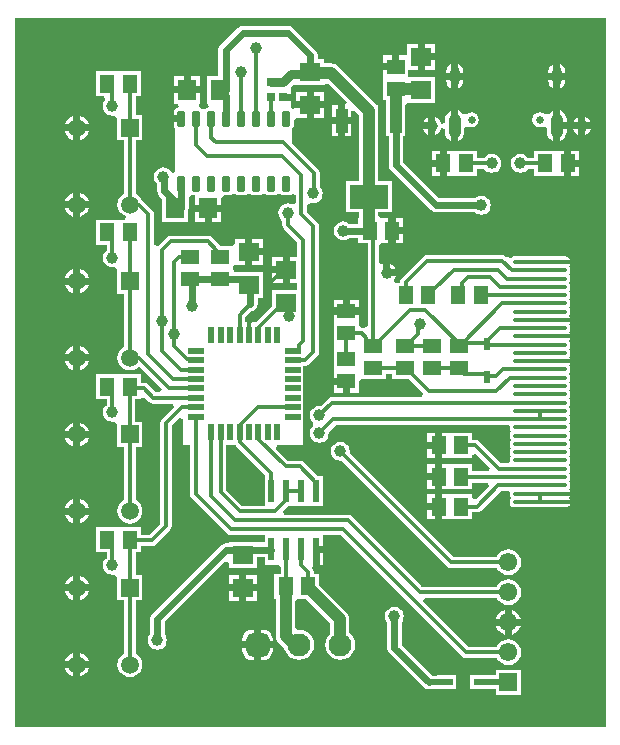
<source format=gbl>
G04*
G04 #@! TF.GenerationSoftware,Altium Limited,Altium Designer,25.1.2 (22)*
G04*
G04 Layer_Physical_Order=2*
G04 Layer_Color=16711680*
%FSLAX44Y44*%
%MOMM*%
G71*
G04*
G04 #@! TF.SameCoordinates,EBC4A9E2-5A13-41BD-A65D-5718B63373A7*
G04*
G04*
G04 #@! TF.FilePolarity,Positive*
G04*
G01*
G75*
%ADD12C,0.3000*%
%ADD13C,0.3500*%
%ADD14C,0.6000*%
%ADD15C,1.9500*%
G04:AMPARAMS|DCode=16|XSize=1.95mm|YSize=1.95mm|CornerRadius=0.4875mm|HoleSize=0mm|Usage=FLASHONLY|Rotation=0.000|XOffset=0mm|YOffset=0mm|HoleType=Round|Shape=RoundedRectangle|*
%AMROUNDEDRECTD16*
21,1,1.9500,0.9750,0,0,0.0*
21,1,0.9750,1.9500,0,0,0.0*
1,1,0.9750,0.4875,-0.4875*
1,1,0.9750,-0.4875,-0.4875*
1,1,0.9750,-0.4875,0.4875*
1,1,0.9750,0.4875,0.4875*
%
%ADD16ROUNDEDRECTD16*%
%ADD17O,1.0500X2.1000*%
%ADD18O,0.8000X1.6000*%
%ADD19C,0.6500*%
%ADD20R,1.5000X1.5000*%
%ADD21C,1.5000*%
%ADD22C,1.5500*%
%ADD23R,1.5500X1.5500*%
%ADD24C,1.0000*%
%ADD25R,1.8000X1.6000*%
%ADD26R,1.6000X1.8000*%
%ADD27R,1.3000X1.5000*%
%ADD28R,1.5000X1.3000*%
%ADD29R,3.3000X2.0000*%
%ADD30R,1.0000X2.0000*%
%ADD31R,0.7000X0.8000*%
G04:AMPARAMS|DCode=32|XSize=1.31mm|YSize=0.62mm|CornerRadius=0.0775mm|HoleSize=0mm|Usage=FLASHONLY|Rotation=270.000|XOffset=0mm|YOffset=0mm|HoleType=Round|Shape=RoundedRectangle|*
%AMROUNDEDRECTD32*
21,1,1.3100,0.4650,0,0,270.0*
21,1,1.1550,0.6200,0,0,270.0*
1,1,0.1550,-0.2325,-0.5775*
1,1,0.1550,-0.2325,0.5775*
1,1,0.1550,0.2325,0.5775*
1,1,0.1550,0.2325,-0.5775*
%
%ADD32ROUNDEDRECTD32*%
%ADD33R,0.5300X1.9800*%
%ADD34R,1.4732X0.5080*%
%ADD35R,0.5080X1.4732*%
G04:AMPARAMS|DCode=36|XSize=0.35mm|YSize=4.5mm|CornerRadius=0.0875mm|HoleSize=0mm|Usage=FLASHONLY|Rotation=270.000|XOffset=0mm|YOffset=0mm|HoleType=Round|Shape=RoundedRectangle|*
%AMROUNDEDRECTD36*
21,1,0.3500,4.3250,0,0,270.0*
21,1,0.1750,4.5000,0,0,270.0*
1,1,0.1750,-2.1625,-0.0875*
1,1,0.1750,-2.1625,0.0875*
1,1,0.1750,2.1625,0.0875*
1,1,0.1750,2.1625,-0.0875*
%
%ADD36ROUNDEDRECTD36*%
%ADD37R,0.5500X1.0500*%
%ADD38R,1.0500X0.5500*%
%ADD39C,1.0000*%
%ADD40C,0.8000*%
%ADD41C,0.5000*%
%ADD42C,0.2540*%
%ADD43C,0.5500*%
G36*
X1311910Y454660D02*
X811530D01*
Y1055370D01*
X1311910D01*
Y454660D01*
D02*
G37*
%LPC*%
G36*
X1167700Y1033380D02*
X1158700D01*
Y1025380D01*
X1167700D01*
Y1033380D01*
D02*
G37*
G36*
X1131110Y1023570D02*
X1123610D01*
Y1017070D01*
X1131110D01*
Y1023570D01*
D02*
G37*
G36*
X1167700Y1019380D02*
X1158700D01*
Y1011380D01*
X1167700D01*
Y1019380D01*
D02*
G37*
G36*
X1273330Y1016144D02*
Y1008810D01*
X1277390D01*
Y1009810D01*
X1277150Y1011637D01*
X1276444Y1013340D01*
X1275322Y1014802D01*
X1273860Y1015925D01*
X1273330Y1016144D01*
D02*
G37*
G36*
X1267330Y1016144D02*
X1266800Y1015925D01*
X1265338Y1014802D01*
X1264215Y1013340D01*
X1263510Y1011637D01*
X1263270Y1009810D01*
Y1008810D01*
X1267330D01*
Y1016144D01*
D02*
G37*
G36*
X1186930D02*
Y1008810D01*
X1190990D01*
Y1009810D01*
X1190750Y1011637D01*
X1190044Y1013340D01*
X1188922Y1014802D01*
X1187460Y1015925D01*
X1186930Y1016144D01*
D02*
G37*
G36*
X1180930Y1016144D02*
X1180400Y1015925D01*
X1178938Y1014802D01*
X1177815Y1013340D01*
X1177110Y1011637D01*
X1176870Y1009810D01*
Y1008810D01*
X1180930D01*
Y1016144D01*
D02*
G37*
G36*
X968550Y1006410D02*
X960550D01*
Y997410D01*
X968550D01*
Y1006410D01*
D02*
G37*
G36*
X954550D02*
X946550D01*
Y997410D01*
X954550D01*
Y1006410D01*
D02*
G37*
G36*
X1277390Y1002810D02*
X1273330D01*
Y995476D01*
X1273860Y995695D01*
X1275322Y996818D01*
X1276444Y998280D01*
X1277150Y999983D01*
X1277390Y1001810D01*
Y1002810D01*
D02*
G37*
G36*
X1180930Y1002810D02*
X1176870D01*
Y1001810D01*
X1177110Y999983D01*
X1177815Y998280D01*
X1178938Y996818D01*
X1180400Y995695D01*
X1180930Y995476D01*
Y1002810D01*
D02*
G37*
G36*
X1190990D02*
X1186930D01*
Y995476D01*
X1187460Y995695D01*
X1188922Y996818D01*
X1190044Y998280D01*
X1190750Y999983D01*
X1190990Y1001810D01*
Y1002810D01*
D02*
G37*
G36*
X1267330Y1002810D02*
X1263270D01*
Y1001810D01*
X1263510Y999983D01*
X1264215Y998280D01*
X1265338Y996818D01*
X1266800Y995695D01*
X1267330Y995476D01*
Y1002810D01*
D02*
G37*
G36*
X1073720Y992680D02*
X1064720D01*
Y984680D01*
X1073720D01*
Y992680D01*
D02*
G37*
G36*
X1058720D02*
X1049720D01*
Y984680D01*
X1058720D01*
Y992680D01*
D02*
G37*
G36*
X1042670Y1048788D02*
X1004570D01*
X1002229Y1048322D01*
X1000244Y1046996D01*
X985614Y1032366D01*
X984288Y1030381D01*
X983822Y1028040D01*
Y1006410D01*
X974550D01*
Y982410D01*
X975445D01*
X975575Y979464D01*
X974102Y979171D01*
X972853Y978337D01*
X970247D01*
X968998Y979171D01*
X967525Y979464D01*
X967655Y982410D01*
X968550D01*
Y991410D01*
X957550D01*
X946550D01*
Y982410D01*
X950045D01*
X950175Y979464D01*
X948702Y979171D01*
X947453Y978337D01*
X946619Y977088D01*
X946326Y975615D01*
Y972840D01*
X952500D01*
Y966840D01*
X946326D01*
Y964065D01*
X946619Y962592D01*
X947453Y961343D01*
Y924885D01*
X944453Y924289D01*
X944248Y924784D01*
X942966Y926456D01*
X941294Y927738D01*
X939348Y928544D01*
X937260Y928819D01*
X935172Y928544D01*
X933225Y927738D01*
X931554Y926456D01*
X930272Y924784D01*
X929466Y922838D01*
X929191Y920750D01*
X929466Y918662D01*
X930272Y916715D01*
X931554Y915044D01*
X931908Y914773D01*
Y908945D01*
X932374Y906603D01*
X933700Y904619D01*
X936390Y901928D01*
Y882080D01*
X958390D01*
Y893546D01*
X958617Y894690D01*
Y903762D01*
X961307Y905449D01*
X961491Y905459D01*
X962312Y905328D01*
X962875Y905216D01*
X963013D01*
X964390Y904996D01*
Y897080D01*
X975390D01*
X986390D01*
Y902532D01*
X988275Y905216D01*
X992925D01*
X994398Y905509D01*
X995647Y906343D01*
X998253D01*
X999502Y905509D01*
X1000975Y905216D01*
X1005625D01*
X1007098Y905509D01*
X1008347Y906343D01*
X1010953D01*
X1012202Y905509D01*
X1013675Y905216D01*
X1018325D01*
X1019798Y905509D01*
X1021047Y906343D01*
X1023653D01*
X1024902Y905509D01*
X1026375Y905216D01*
X1031025D01*
X1032498Y905509D01*
X1033747Y906343D01*
X1036353D01*
X1037602Y905509D01*
X1039075Y905216D01*
X1043725D01*
X1045198Y905509D01*
X1046257Y906217D01*
X1047263Y905997D01*
X1049257Y905150D01*
Y898971D01*
X1047834Y897955D01*
X1046257Y897333D01*
X1044758Y897954D01*
X1042670Y898229D01*
X1040582Y897954D01*
X1038635Y897148D01*
X1036964Y895866D01*
X1035682Y894194D01*
X1034876Y892248D01*
X1034601Y890160D01*
X1034876Y888072D01*
X1035682Y886125D01*
X1036964Y884454D01*
X1038027Y883639D01*
Y879910D01*
X1038396Y878057D01*
X1039445Y876485D01*
X1050527Y865404D01*
Y853040D01*
X1044400D01*
Y842040D01*
Y831040D01*
X1050527D01*
Y825040D01*
X1029400D01*
Y811459D01*
X1015501Y797560D01*
X1006683D01*
Y801714D01*
X1011833Y806864D01*
X1013261Y807148D01*
X1015246Y808474D01*
X1016572Y810459D01*
X1017038Y812800D01*
Y818280D01*
X1021650D01*
Y840280D01*
X997650D01*
X997283Y840803D01*
X996020Y843280D01*
Y843280D01*
X997283Y845757D01*
X997650Y846280D01*
X999020Y846280D01*
X1006650D01*
Y857280D01*
Y868280D01*
X997650D01*
Y864605D01*
X996020Y862280D01*
X994650Y862280D01*
X985409D01*
X978124Y869565D01*
X976553Y870614D01*
X974700Y870983D01*
X943610D01*
X941757Y870614D01*
X940185Y869565D01*
X932565Y861945D01*
X932403Y861702D01*
X929403Y862611D01*
Y889160D01*
X929403Y889160D01*
X929034Y891013D01*
X927985Y892585D01*
X920005Y900564D01*
X918486Y901579D01*
X918132Y902435D01*
X916449Y904629D01*
X914255Y906312D01*
X913803Y906499D01*
Y951640D01*
X919460D01*
Y972640D01*
X913803D01*
Y988990D01*
X918160D01*
Y1009990D01*
X902160D01*
X899160Y1009990D01*
X896160Y1009990D01*
X880160D01*
Y988990D01*
X887153D01*
X888138Y986697D01*
X888255Y985990D01*
X887092Y984474D01*
X886286Y982528D01*
X886011Y980440D01*
X886286Y978352D01*
X887092Y976405D01*
X888374Y974734D01*
X890045Y973452D01*
X891992Y972646D01*
X894080Y972371D01*
X895460Y972553D01*
X897429Y971382D01*
X898460Y970348D01*
Y951640D01*
X904117D01*
Y906499D01*
X903665Y906312D01*
X901471Y904629D01*
X899788Y902435D01*
X898730Y899881D01*
X898369Y897140D01*
X898730Y894399D01*
X899788Y891845D01*
X901471Y889651D01*
X903665Y887968D01*
X905375Y887260D01*
X904778Y884260D01*
X899160Y884260D01*
X896160Y884260D01*
X880160D01*
Y863260D01*
X889237D01*
Y858538D01*
X888374Y857876D01*
X887092Y856205D01*
X886286Y854258D01*
X886011Y852170D01*
X886286Y850082D01*
X887092Y848136D01*
X888374Y846464D01*
X890045Y845182D01*
X891992Y844376D01*
X894080Y844101D01*
X896088Y844365D01*
X896406Y844115D01*
X896512Y844032D01*
X898460Y842078D01*
X898460Y840489D01*
Y821850D01*
X904117D01*
Y776709D01*
X903665Y776522D01*
X901471Y774839D01*
X899788Y772645D01*
X898730Y770091D01*
X898369Y767350D01*
X898730Y764609D01*
X899788Y762055D01*
X901471Y759861D01*
X903665Y758178D01*
X906219Y757120D01*
X908960Y756759D01*
X911701Y757120D01*
X914255Y758178D01*
X916449Y759861D01*
X917172Y759909D01*
X935976Y741105D01*
X934828Y738333D01*
X930946D01*
X924175Y745105D01*
X922603Y746154D01*
X920750Y746523D01*
X918160D01*
Y753450D01*
X902160D01*
X899160Y753450D01*
X896160Y753450D01*
X880160D01*
Y732450D01*
X889237D01*
Y727728D01*
X888374Y727066D01*
X887092Y725395D01*
X886286Y723448D01*
X886011Y721360D01*
X886286Y719272D01*
X887092Y717326D01*
X888374Y715654D01*
X890045Y714372D01*
X891992Y713566D01*
X894080Y713291D01*
X895641Y713496D01*
X897297Y712435D01*
X898460Y711268D01*
Y692060D01*
X904117D01*
Y646919D01*
X903665Y646732D01*
X901471Y645049D01*
X899788Y642855D01*
X898730Y640301D01*
X898369Y637560D01*
X898730Y634819D01*
X899788Y632265D01*
X901471Y630071D01*
X903665Y628388D01*
X906219Y627330D01*
X908960Y626969D01*
X911701Y627330D01*
X914255Y628388D01*
X916449Y630071D01*
X918132Y632265D01*
X919190Y634819D01*
X919551Y637560D01*
X919190Y640301D01*
X918132Y642855D01*
X916449Y645049D01*
X914255Y646732D01*
X913803Y646919D01*
Y692060D01*
X919460D01*
Y713060D01*
X913503D01*
Y732450D01*
X918160D01*
Y733178D01*
X921160Y734421D01*
X925515Y730066D01*
X925516Y730065D01*
X927087Y729016D01*
X928940Y728647D01*
X945208D01*
X946356Y725875D01*
X936144Y715663D01*
X935094Y714092D01*
X934725Y712238D01*
Y627005D01*
X925486Y617765D01*
X918160D01*
Y623910D01*
X902160D01*
X899160Y623910D01*
X896160Y623910D01*
X880160D01*
Y602910D01*
X889237D01*
Y598188D01*
X888374Y597526D01*
X887092Y595854D01*
X886286Y593908D01*
X886011Y591820D01*
X886286Y589732D01*
X887092Y587785D01*
X888374Y586114D01*
X890045Y584832D01*
X891992Y584026D01*
X894080Y583751D01*
X895750Y583971D01*
X897186Y583005D01*
X898460Y581728D01*
Y562270D01*
X904117D01*
Y517129D01*
X903665Y516942D01*
X901471Y515259D01*
X899788Y513065D01*
X898730Y510511D01*
X898369Y507770D01*
X898730Y505029D01*
X899788Y502475D01*
X901471Y500281D01*
X903665Y498598D01*
X906219Y497540D01*
X908960Y497179D01*
X911701Y497540D01*
X914255Y498598D01*
X916449Y500281D01*
X918132Y502475D01*
X919190Y505029D01*
X919551Y507770D01*
X919190Y510511D01*
X918132Y513065D01*
X916449Y515259D01*
X914255Y516942D01*
X913803Y517129D01*
Y562270D01*
X919460D01*
Y583270D01*
X913803D01*
Y602910D01*
X918160D01*
Y608079D01*
X927492D01*
X929345Y608447D01*
X930916Y609497D01*
X942993Y621574D01*
X944043Y623145D01*
X944411Y624999D01*
Y710232D01*
X950998Y716819D01*
X953770Y715671D01*
Y693420D01*
X959849D01*
Y652018D01*
X960218Y650165D01*
X961267Y648593D01*
X990985Y618875D01*
X992557Y617826D01*
X994410Y617457D01*
X1023050D01*
Y611247D01*
X1016570D01*
Y611740D01*
X992570D01*
Y610638D01*
X990600D01*
X988259Y610172D01*
X986274Y608846D01*
X927854Y550426D01*
X926528Y548441D01*
X926062Y546100D01*
Y533489D01*
X925192Y532355D01*
X924386Y530408D01*
X924111Y528320D01*
X924386Y526232D01*
X925192Y524286D01*
X926474Y522614D01*
X928146Y521332D01*
X930092Y520526D01*
X932180Y520251D01*
X934268Y520526D01*
X936215Y521332D01*
X937886Y522614D01*
X939168Y524286D01*
X939974Y526232D01*
X940249Y528320D01*
X939974Y530408D01*
X939168Y532355D01*
X938298Y533489D01*
Y543566D01*
X989798Y595067D01*
X992570Y593919D01*
Y589740D01*
X1016570D01*
Y599012D01*
X1023050D01*
Y592370D01*
X1034350D01*
X1036557Y590456D01*
Y584540D01*
X1031290D01*
Y563540D01*
X1032721D01*
Y531768D01*
X1032996Y529679D01*
X1033802Y527733D01*
X1035084Y526062D01*
X1039658Y521489D01*
X1039698Y521182D01*
X1040983Y518080D01*
X1043027Y515417D01*
X1045690Y513373D01*
X1048792Y512088D01*
X1052120Y511650D01*
X1055448Y512088D01*
X1058550Y513373D01*
X1061213Y515417D01*
X1063257Y518080D01*
X1064542Y521182D01*
X1064980Y524510D01*
X1064542Y527838D01*
X1063257Y530940D01*
X1061213Y533603D01*
X1058550Y535647D01*
X1055448Y536932D01*
X1052120Y537370D01*
X1051115Y537238D01*
X1048859Y539216D01*
Y561133D01*
X1050290Y563540D01*
X1057879D01*
X1078491Y542928D01*
Y533960D01*
X1078027Y533603D01*
X1075983Y530940D01*
X1074698Y527838D01*
X1074260Y524510D01*
X1074698Y521182D01*
X1075983Y518080D01*
X1078027Y515417D01*
X1080690Y513373D01*
X1083792Y512088D01*
X1087120Y511650D01*
X1090448Y512088D01*
X1093550Y513373D01*
X1096213Y515417D01*
X1098257Y518080D01*
X1099542Y521182D01*
X1099980Y524510D01*
X1099542Y527838D01*
X1098257Y530940D01*
X1096213Y533603D01*
X1094629Y534819D01*
Y546270D01*
X1094354Y548358D01*
X1093548Y550304D01*
X1092266Y551976D01*
X1069290Y574951D01*
Y584540D01*
X1064633D01*
Y586130D01*
X1064264Y587983D01*
X1063338Y589370D01*
X1063501Y590119D01*
X1063800Y590709D01*
Y605270D01*
X1066800D01*
Y608270D01*
X1072450D01*
Y617457D01*
X1087654D01*
X1190375Y514735D01*
X1190375Y514735D01*
X1191947Y513686D01*
X1193800Y513317D01*
X1193800Y513317D01*
X1219730D01*
X1219970Y512739D01*
X1221693Y510493D01*
X1223939Y508770D01*
X1226554Y507687D01*
X1229360Y507317D01*
X1232166Y507687D01*
X1234781Y508770D01*
X1237027Y510493D01*
X1238750Y512739D01*
X1239833Y515354D01*
X1240203Y518160D01*
X1239833Y520966D01*
X1238750Y523581D01*
X1237027Y525827D01*
X1234781Y527550D01*
X1232166Y528633D01*
X1229360Y529003D01*
X1226554Y528633D01*
X1223939Y527550D01*
X1221693Y525827D01*
X1219970Y523581D01*
X1219730Y523003D01*
X1195806D01*
X1157464Y561345D01*
X1158612Y564117D01*
X1219730D01*
X1219970Y563539D01*
X1221693Y561293D01*
X1223939Y559570D01*
X1226554Y558487D01*
X1229360Y558117D01*
X1232166Y558487D01*
X1234781Y559570D01*
X1237027Y561293D01*
X1238750Y563539D01*
X1239833Y566154D01*
X1240203Y568960D01*
X1239833Y571766D01*
X1238750Y574381D01*
X1237027Y576627D01*
X1234781Y578350D01*
X1232166Y579433D01*
X1229360Y579803D01*
X1226554Y579433D01*
X1223939Y578350D01*
X1221693Y576627D01*
X1219970Y574381D01*
X1219730Y573803D01*
X1156436D01*
X1096895Y633345D01*
X1095323Y634394D01*
X1093470Y634763D01*
X1039612D01*
X1038464Y637535D01*
X1042599Y641670D01*
X1047050D01*
Y641670D01*
X1048450D01*
Y641670D01*
X1059750D01*
X1059750Y641670D01*
X1061150D01*
Y641670D01*
X1062750Y641670D01*
X1072450D01*
Y667470D01*
X1067999D01*
X1056404Y679065D01*
X1054833Y680114D01*
X1052980Y680483D01*
X1042753D01*
X1032588Y690648D01*
X1033736Y693420D01*
X1055370D01*
Y760647D01*
X1057590D01*
X1059443Y761016D01*
X1061015Y762066D01*
X1067685Y768735D01*
X1068734Y770307D01*
X1069103Y772160D01*
X1069103Y772160D01*
Y878840D01*
X1068734Y880693D01*
X1067685Y882265D01*
X1067684Y882265D01*
X1058943Y891006D01*
Y897025D01*
X1061943Y898951D01*
X1062172Y898856D01*
X1064260Y898581D01*
X1066348Y898856D01*
X1068295Y899662D01*
X1069966Y900944D01*
X1071248Y902616D01*
X1072054Y904562D01*
X1072329Y906650D01*
X1072054Y908738D01*
X1071248Y910685D01*
X1069966Y912356D01*
X1069803Y912480D01*
Y923860D01*
X1069434Y925713D01*
X1068384Y927285D01*
X1046480Y949189D01*
Y961310D01*
X1046447Y961343D01*
X1047281Y962592D01*
X1047574Y964065D01*
Y968618D01*
X1049720Y970680D01*
X1050574Y970680D01*
X1058720D01*
Y978680D01*
X1049201D01*
X1046720Y977927D01*
X1046447Y978337D01*
X1046394Y978372D01*
X1045280Y980910D01*
X1045280Y980910D01*
Y984910D01*
X1038780D01*
Y990910D01*
X1045280D01*
Y996484D01*
X1047709Y998804D01*
X1049720Y998680D01*
Y998680D01*
X1073720D01*
Y998680D01*
X1076720Y999749D01*
X1092457Y984012D01*
X1091309Y981240D01*
X1091250D01*
Y971240D01*
X1096250D01*
Y976299D01*
X1099022Y977447D01*
X1103181Y973288D01*
Y916740D01*
X1091750D01*
Y890740D01*
X1103181D01*
Y885530D01*
X1102410D01*
Y881148D01*
X1094829D01*
X1093695Y882018D01*
X1091748Y882824D01*
X1089660Y883099D01*
X1087572Y882824D01*
X1085626Y882018D01*
X1083954Y880736D01*
X1082672Y879064D01*
X1081866Y877118D01*
X1081591Y875030D01*
X1081866Y872942D01*
X1082672Y870995D01*
X1083954Y869324D01*
X1085626Y868042D01*
X1087572Y867236D01*
X1089660Y866961D01*
X1091748Y867236D01*
X1093695Y868042D01*
X1094829Y868913D01*
X1102410D01*
Y864530D01*
X1110217D01*
Y794463D01*
X1108919Y793467D01*
X1107217Y792631D01*
X1105850Y792903D01*
X1104821D01*
X1102700Y795024D01*
X1102700Y797560D01*
X1102700Y800560D01*
Y804060D01*
X1081700D01*
Y800560D01*
X1081700Y797560D01*
X1081700Y794560D01*
Y778560D01*
X1081700D01*
Y775920D01*
X1081700D01*
Y759920D01*
X1081700Y756920D01*
X1081700Y753920D01*
Y750420D01*
X1092200D01*
Y747420D01*
X1095200D01*
Y737920D01*
X1102700D01*
Y747121D01*
X1104560Y749350D01*
X1105700Y749350D01*
X1125560D01*
Y754007D01*
X1131230D01*
Y749350D01*
X1145381D01*
X1157318Y737413D01*
X1156075Y734413D01*
X1080090D01*
X1078237Y734044D01*
X1076665Y732995D01*
X1070418Y726747D01*
X1069340Y726889D01*
X1067252Y726614D01*
X1065305Y725808D01*
X1063634Y724526D01*
X1062352Y722855D01*
X1061546Y720908D01*
X1061271Y718820D01*
X1061546Y716732D01*
X1062352Y714786D01*
X1063634Y713114D01*
X1063755Y713022D01*
Y709378D01*
X1063634Y709286D01*
X1062352Y707615D01*
X1061546Y705668D01*
X1061271Y703580D01*
X1061546Y701492D01*
X1062352Y699546D01*
X1063634Y697874D01*
X1065305Y696592D01*
X1067252Y695786D01*
X1069340Y695511D01*
X1071428Y695786D01*
X1073374Y696592D01*
X1075046Y697874D01*
X1076328Y699546D01*
X1077134Y701492D01*
X1077409Y703580D01*
X1077267Y704658D01*
X1083336Y710727D01*
X1229402D01*
X1230454Y709445D01*
Y707695D01*
X1230755Y706183D01*
X1231499Y705070D01*
X1230755Y703957D01*
X1230454Y702445D01*
Y700695D01*
X1230755Y699183D01*
X1231499Y698070D01*
X1230755Y696957D01*
X1230454Y695445D01*
Y693695D01*
X1230755Y692183D01*
X1231499Y691070D01*
X1230755Y689957D01*
X1230454Y688445D01*
Y686695D01*
X1230755Y685183D01*
X1231499Y684070D01*
X1230755Y682957D01*
X1230454Y681445D01*
Y679695D01*
X1229402Y678413D01*
X1223276D01*
X1204845Y696845D01*
X1203273Y697894D01*
X1201420Y698263D01*
X1198830D01*
Y703920D01*
X1182830D01*
X1179830Y703920D01*
X1176830Y703920D01*
X1173330D01*
Y693420D01*
Y682920D01*
X1176830D01*
X1179830Y682920D01*
X1182830Y682920D01*
X1198830D01*
Y684918D01*
X1201830Y686161D01*
X1213806Y674185D01*
X1212658Y671413D01*
X1198830D01*
Y677250D01*
X1182830D01*
X1179830Y677250D01*
X1176830Y677250D01*
X1173330D01*
Y666750D01*
Y656250D01*
X1176830D01*
X1179830Y656250D01*
X1182830Y656250D01*
X1198830D01*
Y661727D01*
X1212298D01*
X1213446Y658955D01*
X1201830Y647339D01*
X1198830Y648582D01*
Y651850D01*
X1182830D01*
X1179830Y651850D01*
X1176830Y651850D01*
X1173330D01*
Y641350D01*
Y630850D01*
X1176830D01*
X1179830Y630850D01*
X1182830Y630850D01*
X1198830D01*
Y636507D01*
X1202690D01*
X1204543Y636876D01*
X1206115Y637925D01*
X1222916Y654727D01*
X1229402D01*
X1230454Y653445D01*
Y651695D01*
X1230755Y650183D01*
X1231499Y649070D01*
X1230755Y647957D01*
X1230454Y646445D01*
Y644695D01*
X1230755Y643183D01*
X1231611Y641901D01*
X1232893Y641045D01*
X1234405Y640744D01*
X1277655D01*
X1279167Y641045D01*
X1280449Y641901D01*
X1281305Y643183D01*
X1281606Y644695D01*
Y646445D01*
X1281305Y647957D01*
X1280561Y649070D01*
X1281305Y650183D01*
X1281606Y651695D01*
Y653445D01*
X1281305Y654957D01*
X1280561Y656070D01*
X1281305Y657183D01*
X1281606Y658695D01*
Y660445D01*
X1281305Y661957D01*
X1280561Y663070D01*
X1281305Y664183D01*
X1281606Y665695D01*
Y667445D01*
X1281305Y668957D01*
X1280561Y670070D01*
X1281305Y671183D01*
X1281606Y672695D01*
Y674445D01*
X1281305Y675957D01*
X1280561Y677070D01*
X1281305Y678183D01*
X1281606Y679695D01*
Y681445D01*
X1281305Y682957D01*
X1280561Y684070D01*
X1281305Y685183D01*
X1281606Y686695D01*
Y688445D01*
X1281305Y689957D01*
X1280561Y691070D01*
X1281305Y692183D01*
X1281606Y693695D01*
Y695445D01*
X1281305Y696957D01*
X1280561Y698070D01*
X1281305Y699183D01*
X1281606Y700695D01*
Y702445D01*
X1281305Y703957D01*
X1280561Y705070D01*
X1281305Y706183D01*
X1281606Y707695D01*
Y709445D01*
X1281305Y710957D01*
X1280561Y712070D01*
X1281305Y713183D01*
X1281606Y714695D01*
Y716445D01*
X1281305Y717957D01*
X1280561Y719070D01*
X1281305Y720183D01*
X1281606Y721695D01*
Y723445D01*
X1281305Y724957D01*
X1280561Y726070D01*
X1281305Y727183D01*
X1281606Y728695D01*
Y730445D01*
X1281305Y731957D01*
X1280561Y733070D01*
X1281305Y734183D01*
X1281606Y735695D01*
Y737445D01*
X1281305Y738957D01*
X1280561Y740070D01*
X1281305Y741183D01*
X1281606Y742695D01*
Y744445D01*
X1281305Y745957D01*
X1280561Y747070D01*
X1281305Y748183D01*
X1281606Y749695D01*
Y751445D01*
X1281305Y752957D01*
X1280561Y754070D01*
X1281305Y755183D01*
X1281606Y756695D01*
Y758445D01*
X1281305Y759957D01*
X1280561Y761070D01*
X1281305Y762183D01*
X1281606Y763695D01*
Y765445D01*
X1281305Y766957D01*
X1280561Y768070D01*
X1281305Y769183D01*
X1281606Y770695D01*
Y772445D01*
X1281305Y773957D01*
X1280561Y775070D01*
X1281305Y776183D01*
X1281606Y777695D01*
Y779445D01*
X1281305Y780957D01*
X1280561Y782070D01*
X1281305Y783183D01*
X1281606Y784695D01*
Y786445D01*
X1281305Y787957D01*
X1280561Y789070D01*
X1281305Y790183D01*
X1281606Y791695D01*
Y793445D01*
X1281305Y794957D01*
X1280561Y796070D01*
X1281305Y797183D01*
X1281606Y798695D01*
Y800445D01*
X1281305Y801957D01*
X1280561Y803070D01*
X1281305Y804183D01*
X1281606Y805695D01*
Y807445D01*
X1281305Y808957D01*
X1280561Y810070D01*
X1281305Y811183D01*
X1281606Y812695D01*
Y814445D01*
X1281305Y815957D01*
X1280561Y817070D01*
X1281305Y818183D01*
X1281606Y819695D01*
Y821445D01*
X1281305Y822957D01*
X1280561Y824070D01*
X1281305Y825183D01*
X1281606Y826695D01*
Y828445D01*
X1281305Y829957D01*
X1280561Y831070D01*
X1281305Y832183D01*
X1281606Y833695D01*
Y835445D01*
X1281305Y836957D01*
X1280561Y838070D01*
X1281305Y839183D01*
X1281606Y840695D01*
Y842445D01*
X1281305Y843957D01*
X1280561Y845070D01*
X1281305Y846183D01*
X1281606Y847695D01*
Y849445D01*
X1281305Y850957D01*
X1280449Y852239D01*
X1279167Y853095D01*
X1277655Y853396D01*
X1234405D01*
X1232893Y853095D01*
X1231611Y852239D01*
X1228240Y852519D01*
X1227705Y853055D01*
X1226133Y854104D01*
X1224280Y854473D01*
X1160780D01*
X1158927Y854104D01*
X1157355Y853055D01*
X1138965Y834665D01*
X1137916Y833093D01*
X1137547Y831240D01*
X1137227Y830920D01*
X1133417Y830920D01*
X1132432Y832500D01*
X1132258Y833254D01*
X1132196Y833764D01*
X1133478Y835435D01*
X1133906Y836470D01*
X1126490D01*
Y839470D01*
X1123490D01*
Y846887D01*
X1122903Y846643D01*
X1121326Y847265D01*
X1119903Y848281D01*
Y862154D01*
X1121410Y864530D01*
X1124410Y864530D01*
X1127910D01*
Y875030D01*
Y885530D01*
X1124410D01*
X1121410Y885530D01*
X1119319Y887664D01*
Y890740D01*
X1130750D01*
Y916740D01*
X1119319D01*
Y976630D01*
X1119250Y977154D01*
Y981240D01*
X1117796D01*
X1116956Y982336D01*
X1084772Y1014519D01*
X1083101Y1015801D01*
X1081155Y1016608D01*
X1079067Y1016882D01*
X1073720D01*
Y1020680D01*
X1067838D01*
Y1023620D01*
X1067372Y1025961D01*
X1066046Y1027946D01*
X1046996Y1046996D01*
X1045011Y1048322D01*
X1042670Y1048788D01*
D02*
G37*
G36*
X1267330Y976947D02*
X1266169Y976466D01*
X1264446Y975144D01*
X1263703Y974176D01*
X1261284Y973672D01*
X1260050Y973840D01*
X1258469Y974897D01*
X1256030Y975383D01*
X1253591Y974897D01*
X1251524Y973516D01*
X1250143Y971449D01*
X1249658Y969010D01*
X1250143Y966571D01*
X1251524Y964504D01*
X1253591Y963123D01*
X1256030Y962637D01*
X1258469Y963123D01*
X1259009Y963484D01*
X1262009Y961880D01*
Y958760D01*
X1262292Y956606D01*
X1263124Y954599D01*
X1264446Y952876D01*
X1266169Y951554D01*
X1267330Y951073D01*
Y964010D01*
Y976947D01*
D02*
G37*
G36*
X1085250Y981240D02*
X1080250D01*
Y971240D01*
X1085250D01*
Y981240D01*
D02*
G37*
G36*
X1073720Y978680D02*
X1064720D01*
Y970680D01*
X1073720D01*
Y978680D01*
D02*
G37*
G36*
X1273330Y976947D02*
Y967010D01*
X1278651D01*
Y969260D01*
X1278368Y971414D01*
X1277536Y973421D01*
X1276214Y975144D01*
X1274491Y976466D01*
X1273330Y976947D01*
D02*
G37*
G36*
X1294590Y971347D02*
Y966930D01*
X1299007D01*
X1298578Y967964D01*
X1297296Y969636D01*
X1295625Y970918D01*
X1294590Y971347D01*
D02*
G37*
G36*
X1288590D02*
X1287556Y970918D01*
X1285884Y969636D01*
X1284602Y967964D01*
X1284173Y966930D01*
X1288590D01*
Y971347D01*
D02*
G37*
G36*
X1161590D02*
X1160555Y970918D01*
X1158884Y969636D01*
X1157602Y967964D01*
X1157173Y966930D01*
X1161590D01*
Y971347D01*
D02*
G37*
G36*
X1180930Y976947D02*
X1179769Y976466D01*
X1178046Y975144D01*
X1176724Y973421D01*
X1175892Y971414D01*
X1175609Y969260D01*
Y966360D01*
X1172609Y965602D01*
X1172384Y966018D01*
X1172345Y966113D01*
X1172246Y966352D01*
X1171578Y967964D01*
X1170296Y969636D01*
X1168624Y970918D01*
X1167590Y971347D01*
Y963930D01*
Y956514D01*
X1168624Y956942D01*
X1170296Y958224D01*
X1171578Y959895D01*
X1172246Y961508D01*
X1172345Y961747D01*
X1172384Y961842D01*
X1172609Y962258D01*
X1175609Y961500D01*
Y958760D01*
X1175892Y956606D01*
X1176724Y954599D01*
X1178046Y952876D01*
X1179769Y951554D01*
X1180930Y951073D01*
Y964010D01*
Y976947D01*
D02*
G37*
G36*
X866960Y972262D02*
Y965140D01*
X874082D01*
X873132Y967435D01*
X871449Y969629D01*
X869255Y971312D01*
X866960Y972262D01*
D02*
G37*
G36*
X860960Y972262D02*
X858665Y971312D01*
X856471Y969629D01*
X854788Y967435D01*
X853838Y965140D01*
X860960D01*
Y972262D01*
D02*
G37*
G36*
X1186930Y976947D02*
Y964010D01*
Y951073D01*
X1188091Y951554D01*
X1189814Y952876D01*
X1191136Y954599D01*
X1191968Y956606D01*
X1192251Y958760D01*
Y961880D01*
X1195251Y963484D01*
X1195791Y963123D01*
X1198230Y962637D01*
X1200669Y963123D01*
X1202736Y964504D01*
X1204117Y966571D01*
X1204602Y969010D01*
X1204117Y971449D01*
X1202736Y973516D01*
X1200669Y974897D01*
X1198230Y975383D01*
X1195791Y974897D01*
X1194210Y973840D01*
X1192976Y973672D01*
X1190557Y974176D01*
X1189814Y975144D01*
X1188091Y976466D01*
X1186930Y976947D01*
D02*
G37*
G36*
X1299007Y960930D02*
X1294590D01*
Y956514D01*
X1295625Y956942D01*
X1297296Y958224D01*
X1298578Y959895D01*
X1299007Y960930D01*
D02*
G37*
G36*
X1288590D02*
X1284173D01*
X1284602Y959895D01*
X1285884Y958224D01*
X1287556Y956942D01*
X1288590Y956514D01*
Y960930D01*
D02*
G37*
G36*
X1161590D02*
X1157173D01*
X1157602Y959895D01*
X1158884Y958224D01*
X1160555Y956942D01*
X1161590Y956514D01*
Y960930D01*
D02*
G37*
G36*
X1096250Y965240D02*
X1091250D01*
Y955240D01*
X1096250D01*
Y965240D01*
D02*
G37*
G36*
X1085250D02*
X1080250D01*
Y955240D01*
X1085250D01*
Y965240D01*
D02*
G37*
G36*
X860960Y959140D02*
X853838D01*
X854788Y956845D01*
X856471Y954651D01*
X858665Y952968D01*
X860960Y952018D01*
Y959140D01*
D02*
G37*
G36*
X874082D02*
X866960D01*
Y952018D01*
X869255Y952968D01*
X871449Y954651D01*
X873132Y956845D01*
X874082Y959140D01*
D02*
G37*
G36*
X1278651Y961010D02*
X1273330D01*
Y951073D01*
X1274491Y951554D01*
X1276214Y952876D01*
X1277536Y954599D01*
X1278368Y956606D01*
X1278651Y958760D01*
Y961010D01*
D02*
G37*
G36*
X1270000Y942680D02*
X1267000Y942680D01*
X1251000D01*
Y937023D01*
X1245888D01*
X1245226Y937886D01*
X1243555Y939168D01*
X1241608Y939974D01*
X1239520Y940249D01*
X1237432Y939974D01*
X1235486Y939168D01*
X1233814Y937886D01*
X1232532Y936215D01*
X1231726Y934268D01*
X1231451Y932180D01*
X1231726Y930092D01*
X1232532Y928146D01*
X1233814Y926474D01*
X1235486Y925192D01*
X1237432Y924386D01*
X1239520Y924111D01*
X1241608Y924386D01*
X1243555Y925192D01*
X1245226Y926474D01*
X1245888Y927337D01*
X1251000D01*
Y921680D01*
X1267000D01*
X1270000Y921680D01*
X1273000Y921680D01*
X1276500D01*
Y932180D01*
Y942680D01*
X1273000D01*
X1270000Y942680D01*
D02*
G37*
G36*
X1171140Y942680D02*
X1164640D01*
Y935180D01*
X1171140D01*
Y942680D01*
D02*
G37*
G36*
X1282500D02*
Y935180D01*
X1289000D01*
Y942680D01*
X1282500D01*
D02*
G37*
G36*
X1183640Y942680D02*
X1180640Y942680D01*
X1177140D01*
Y932180D01*
Y921680D01*
X1180640D01*
X1183640Y921680D01*
X1186640Y921680D01*
X1202640D01*
Y927337D01*
X1209022D01*
X1209684Y926474D01*
X1211356Y925192D01*
X1213302Y924386D01*
X1215390Y924111D01*
X1217478Y924386D01*
X1219425Y925192D01*
X1221096Y926474D01*
X1222378Y928146D01*
X1223184Y930092D01*
X1223459Y932180D01*
X1223184Y934268D01*
X1222378Y936215D01*
X1221096Y937886D01*
X1219425Y939168D01*
X1217478Y939974D01*
X1215390Y940249D01*
X1213302Y939974D01*
X1211356Y939168D01*
X1209684Y937886D01*
X1209022Y937023D01*
X1202640D01*
Y942680D01*
X1186640D01*
X1183640Y942680D01*
D02*
G37*
G36*
X1289000Y929180D02*
X1282500D01*
Y921680D01*
X1289000D01*
Y929180D01*
D02*
G37*
G36*
X1171140Y929180D02*
X1164640D01*
Y921680D01*
X1171140D01*
Y929180D01*
D02*
G37*
G36*
X866960Y907262D02*
Y900140D01*
X874082D01*
X873132Y902435D01*
X871449Y904629D01*
X869255Y906312D01*
X866960Y907262D01*
D02*
G37*
G36*
X860960Y907262D02*
X858665Y906312D01*
X856471Y904629D01*
X854788Y902435D01*
X853838Y900140D01*
X860960D01*
Y907262D01*
D02*
G37*
G36*
X1152700Y1033380D02*
X1143700D01*
Y1023570D01*
X1137110D01*
Y1014070D01*
X1134110D01*
Y1011070D01*
X1123610D01*
Y1007570D01*
X1123610Y1004570D01*
X1123610D01*
Y1004570D01*
X1123610D01*
Y985570D01*
X1126181D01*
Y968240D01*
X1126250Y967716D01*
Y955240D01*
X1128132D01*
Y930770D01*
X1128598Y928429D01*
X1129924Y926444D01*
X1164074Y892294D01*
X1166059Y890968D01*
X1168400Y890502D01*
X1201331D01*
X1202466Y889632D01*
X1204412Y888826D01*
X1206500Y888551D01*
X1208588Y888826D01*
X1210535Y889632D01*
X1212206Y890914D01*
X1213488Y892586D01*
X1214294Y894532D01*
X1214569Y896620D01*
X1214294Y898708D01*
X1213488Y900655D01*
X1212206Y902326D01*
X1210535Y903608D01*
X1208588Y904414D01*
X1206500Y904689D01*
X1204412Y904414D01*
X1202466Y903608D01*
X1201331Y902738D01*
X1170934D01*
X1140368Y933304D01*
Y955240D01*
X1142250D01*
Y967716D01*
X1142319Y968240D01*
Y980952D01*
X1143700Y983380D01*
X1167700D01*
Y1005380D01*
X1146365D01*
X1144610Y1005380D01*
X1144610Y1007193D01*
Y1011380D01*
X1152700D01*
Y1022380D01*
Y1033380D01*
D02*
G37*
G36*
X860960Y894140D02*
X853838D01*
X854788Y891845D01*
X856471Y889651D01*
X858665Y887968D01*
X860960Y887018D01*
Y894140D01*
D02*
G37*
G36*
X874082D02*
X866960D01*
Y887018D01*
X869255Y887968D01*
X871449Y889651D01*
X873132Y891845D01*
X874082Y894140D01*
D02*
G37*
G36*
X986390Y891080D02*
X978390D01*
Y882080D01*
X986390D01*
Y891080D01*
D02*
G37*
G36*
X972390D02*
X964390D01*
Y882080D01*
X972390D01*
Y891080D01*
D02*
G37*
G36*
X1133910Y885530D02*
Y878030D01*
X1140410D01*
Y885530D01*
X1133910D01*
D02*
G37*
G36*
X1140410Y872030D02*
X1133910D01*
Y864530D01*
X1140410D01*
Y872030D01*
D02*
G37*
G36*
X1021650Y868280D02*
X1012650D01*
Y860280D01*
X1021650D01*
Y868280D01*
D02*
G37*
G36*
Y854280D02*
X1012650D01*
Y846280D01*
X1021650D01*
Y854280D01*
D02*
G37*
G36*
X1038400Y853040D02*
X1029400D01*
Y845040D01*
X1038400D01*
Y853040D01*
D02*
G37*
G36*
X1129490Y846887D02*
Y842470D01*
X1133906D01*
X1133478Y843504D01*
X1132196Y845176D01*
X1130525Y846458D01*
X1129490Y846887D01*
D02*
G37*
G36*
X866960Y842472D02*
Y835350D01*
X874082D01*
X873132Y837645D01*
X871449Y839839D01*
X869255Y841522D01*
X866960Y842472D01*
D02*
G37*
G36*
X860960D02*
X858665Y841522D01*
X856471Y839839D01*
X854788Y837645D01*
X853838Y835350D01*
X860960D01*
Y842472D01*
D02*
G37*
G36*
X1038400Y839040D02*
X1029400D01*
Y831040D01*
X1038400D01*
Y839040D01*
D02*
G37*
G36*
X860960Y829350D02*
X853838D01*
X854788Y827055D01*
X856471Y824861D01*
X858665Y823178D01*
X860960Y822227D01*
Y829350D01*
D02*
G37*
G36*
X874082D02*
X866960D01*
Y822227D01*
X869255Y823178D01*
X871449Y824861D01*
X873132Y827055D01*
X874082Y829350D01*
D02*
G37*
G36*
X1102700Y816560D02*
X1095200D01*
Y810060D01*
X1102700D01*
Y816560D01*
D02*
G37*
G36*
X1089200D02*
X1081700D01*
Y810060D01*
X1089200D01*
Y816560D01*
D02*
G37*
G36*
X866960Y777472D02*
Y770350D01*
X874082D01*
X873132Y772645D01*
X871449Y774839D01*
X869255Y776522D01*
X866960Y777472D01*
D02*
G37*
G36*
X860960D02*
X858665Y776522D01*
X856471Y774839D01*
X854788Y772645D01*
X853838Y770350D01*
X860960D01*
Y777472D01*
D02*
G37*
G36*
X874082Y764350D02*
X866960D01*
Y757227D01*
X869255Y758178D01*
X871449Y759861D01*
X873132Y762055D01*
X874082Y764350D01*
D02*
G37*
G36*
X860960D02*
X853838D01*
X854788Y762055D01*
X856471Y759861D01*
X858665Y758178D01*
X860960Y757227D01*
Y764350D01*
D02*
G37*
G36*
X1089200Y744420D02*
X1081700D01*
Y737920D01*
X1089200D01*
Y744420D01*
D02*
G37*
G36*
X866960Y712682D02*
Y705560D01*
X874082D01*
X873132Y707855D01*
X871449Y710049D01*
X869255Y711732D01*
X866960Y712682D01*
D02*
G37*
G36*
X860960D02*
X858665Y711732D01*
X856471Y710049D01*
X854788Y707855D01*
X853838Y705560D01*
X860960D01*
Y712682D01*
D02*
G37*
G36*
X1167330Y703920D02*
X1160830D01*
Y696420D01*
X1167330D01*
Y703920D01*
D02*
G37*
G36*
X860960Y699560D02*
X853838D01*
X854788Y697265D01*
X856471Y695071D01*
X858665Y693388D01*
X860960Y692438D01*
Y699560D01*
D02*
G37*
G36*
X874082D02*
X866960D01*
Y692438D01*
X869255Y693388D01*
X871449Y695071D01*
X873132Y697265D01*
X874082Y699560D01*
D02*
G37*
G36*
X1167330Y690420D02*
X1160830D01*
Y682920D01*
X1167330D01*
Y690420D01*
D02*
G37*
G36*
Y677250D02*
X1160830D01*
Y669750D01*
X1167330D01*
Y677250D01*
D02*
G37*
G36*
Y663750D02*
X1160830D01*
Y656250D01*
X1167330D01*
Y663750D01*
D02*
G37*
G36*
Y651850D02*
X1160830D01*
Y644350D01*
X1167330D01*
Y651850D01*
D02*
G37*
G36*
X866960Y647682D02*
Y640560D01*
X874082D01*
X873132Y642855D01*
X871449Y645049D01*
X869255Y646732D01*
X866960Y647682D01*
D02*
G37*
G36*
X860960Y647682D02*
X858665Y646732D01*
X856471Y645049D01*
X854788Y642855D01*
X853838Y640560D01*
X860960D01*
Y647682D01*
D02*
G37*
G36*
X1167330Y638350D02*
X1160830D01*
Y630850D01*
X1167330D01*
Y638350D01*
D02*
G37*
G36*
X860960Y634560D02*
X853838D01*
X854788Y632265D01*
X856471Y630071D01*
X858665Y628388D01*
X860960Y627438D01*
Y634560D01*
D02*
G37*
G36*
X874082D02*
X866960D01*
Y627438D01*
X869255Y628388D01*
X871449Y630071D01*
X873132Y632265D01*
X874082Y634560D01*
D02*
G37*
G36*
X1072450Y602270D02*
X1069800D01*
Y592370D01*
X1072450D01*
Y602270D01*
D02*
G37*
G36*
X1087120Y696409D02*
X1085032Y696134D01*
X1083085Y695328D01*
X1081414Y694046D01*
X1080132Y692374D01*
X1079326Y690428D01*
X1079051Y688340D01*
X1079326Y686252D01*
X1080132Y684305D01*
X1081414Y682634D01*
X1083085Y681352D01*
X1085032Y680546D01*
X1087120Y680271D01*
X1088198Y680413D01*
X1177675Y590935D01*
X1179247Y589886D01*
X1181100Y589517D01*
X1219730D01*
X1219970Y588939D01*
X1221693Y586693D01*
X1223939Y584970D01*
X1226554Y583887D01*
X1229360Y583517D01*
X1232166Y583887D01*
X1234781Y584970D01*
X1237027Y586693D01*
X1238750Y588939D01*
X1239833Y591554D01*
X1240203Y594360D01*
X1239833Y597166D01*
X1238750Y599781D01*
X1237027Y602027D01*
X1234781Y603750D01*
X1232166Y604833D01*
X1229360Y605203D01*
X1226554Y604833D01*
X1223939Y603750D01*
X1221693Y602027D01*
X1219970Y599781D01*
X1219730Y599203D01*
X1183106D01*
X1095047Y687262D01*
X1095189Y688340D01*
X1094914Y690428D01*
X1094108Y692374D01*
X1092826Y694046D01*
X1091154Y695328D01*
X1089208Y696134D01*
X1087120Y696409D01*
D02*
G37*
G36*
X866960Y582892D02*
Y575770D01*
X874082D01*
X873132Y578065D01*
X871449Y580259D01*
X869255Y581942D01*
X866960Y582892D01*
D02*
G37*
G36*
X860960D02*
X858665Y581942D01*
X856471Y580259D01*
X854788Y578065D01*
X853838Y575770D01*
X860960D01*
Y582892D01*
D02*
G37*
G36*
X1016570Y583740D02*
X1007570D01*
Y575740D01*
X1016570D01*
Y583740D01*
D02*
G37*
G36*
X1001570D02*
X992570D01*
Y575740D01*
X1001570D01*
Y583740D01*
D02*
G37*
G36*
X860960Y569770D02*
X853838D01*
X854788Y567475D01*
X856471Y565281D01*
X858665Y563598D01*
X860960Y562648D01*
Y569770D01*
D02*
G37*
G36*
X874082D02*
X866960D01*
Y562648D01*
X869255Y563598D01*
X871449Y565281D01*
X873132Y567475D01*
X874082Y569770D01*
D02*
G37*
G36*
X1016570Y569740D02*
X1007570D01*
Y561740D01*
X1016570D01*
Y569740D01*
D02*
G37*
G36*
X1001570D02*
X992570D01*
Y561740D01*
X1001570D01*
Y569740D01*
D02*
G37*
G36*
X1232360Y553953D02*
Y546560D01*
X1239753D01*
X1238750Y548981D01*
X1237027Y551227D01*
X1234781Y552950D01*
X1232360Y553953D01*
D02*
G37*
G36*
X1226360D02*
X1223939Y552950D01*
X1221693Y551227D01*
X1219970Y548981D01*
X1218967Y546560D01*
X1226360D01*
Y553953D01*
D02*
G37*
G36*
X1239753Y540560D02*
X1232360D01*
Y533167D01*
X1234781Y534170D01*
X1237027Y535893D01*
X1238750Y538139D01*
X1239753Y540560D01*
D02*
G37*
G36*
X1226360D02*
X1218967D01*
X1219970Y538139D01*
X1221693Y535893D01*
X1223939Y534170D01*
X1226360Y533167D01*
Y540560D01*
D02*
G37*
G36*
X1021995Y537328D02*
X1020120D01*
Y527510D01*
X1029938D01*
Y529385D01*
X1029667Y531441D01*
X1028874Y533357D01*
X1027611Y535001D01*
X1025966Y536264D01*
X1024051Y537057D01*
X1021995Y537328D01*
D02*
G37*
G36*
X1014120D02*
X1012245D01*
X1010189Y537057D01*
X1008273Y536264D01*
X1006628Y535001D01*
X1005366Y533357D01*
X1004573Y531441D01*
X1004302Y529385D01*
Y527510D01*
X1014120D01*
Y537328D01*
D02*
G37*
G36*
X1029938Y521510D02*
X1020120D01*
Y511692D01*
X1021995D01*
X1024051Y511963D01*
X1025966Y512756D01*
X1027611Y514019D01*
X1028874Y515663D01*
X1029667Y517579D01*
X1029938Y519635D01*
Y521510D01*
D02*
G37*
G36*
X1014120D02*
X1004302D01*
Y519635D01*
X1004573Y517579D01*
X1005366Y515663D01*
X1006628Y514019D01*
X1008273Y512756D01*
X1010189Y511963D01*
X1012245Y511692D01*
X1014120D01*
Y521510D01*
D02*
G37*
G36*
X866960Y517892D02*
Y510770D01*
X874082D01*
X873132Y513065D01*
X871449Y515259D01*
X869255Y516942D01*
X866960Y517892D01*
D02*
G37*
G36*
X860960D02*
X858665Y516942D01*
X856471Y515259D01*
X854788Y513065D01*
X853838Y510770D01*
X860960D01*
Y517892D01*
D02*
G37*
G36*
X874082Y504770D02*
X866960D01*
Y497648D01*
X869255Y498598D01*
X871449Y500281D01*
X873132Y502475D01*
X874082Y504770D01*
D02*
G37*
G36*
X860960D02*
X853838D01*
X854788Y502475D01*
X856471Y500281D01*
X858665Y498598D01*
X860960Y497648D01*
Y504770D01*
D02*
G37*
G36*
X1132840Y556709D02*
X1130752Y556434D01*
X1128805Y555628D01*
X1127134Y554346D01*
X1125852Y552674D01*
X1125046Y550728D01*
X1124771Y548640D01*
X1125046Y546552D01*
X1125852Y544605D01*
X1126722Y543471D01*
Y521970D01*
X1127188Y519629D01*
X1128514Y517644D01*
X1157724Y488434D01*
X1159709Y487108D01*
X1162050Y486642D01*
X1164391Y487108D01*
X1164457Y487152D01*
X1169010D01*
Y487010D01*
X1185510D01*
Y498510D01*
X1169010D01*
Y498368D01*
X1165094D01*
X1138958Y524504D01*
Y543471D01*
X1139828Y544605D01*
X1140634Y546552D01*
X1140909Y548640D01*
X1140634Y550728D01*
X1139828Y552674D01*
X1138546Y554346D01*
X1136874Y555628D01*
X1134928Y556434D01*
X1132840Y556709D01*
D02*
G37*
G36*
X1240110Y503510D02*
X1218610D01*
Y498623D01*
X1205260D01*
X1204694Y498510D01*
X1197010D01*
Y487010D01*
X1204694D01*
X1205260Y486897D01*
X1218610D01*
Y482010D01*
X1240110D01*
Y503510D01*
D02*
G37*
%LPD*%
G36*
X999205Y692365D02*
X1021672Y669899D01*
X1023050Y667470D01*
Y642383D01*
X1004036D01*
X990683Y655736D01*
Y693420D01*
X998501D01*
X999205Y692365D01*
D02*
G37*
D12*
X1172210Y492760D02*
X1177260D01*
D13*
X1159090Y808170D02*
X1188930Y778330D01*
X1211580Y779570D02*
X1212580Y778570D01*
X1190680Y779810D02*
X1211580D01*
X1115060Y777850D02*
X1116060D01*
X1114060D02*
X1115060D01*
X1092200Y788060D02*
Y788483D01*
Y766420D02*
Y788060D01*
Y765875D02*
Y766420D01*
X990600Y988990D02*
X991600Y989990D01*
X908960Y962140D02*
Y999130D01*
Y897140D02*
Y962140D01*
X1256030Y715570D02*
X1271270D01*
X1081330D02*
X1256030D01*
X982310Y857530D02*
X986910Y852930D01*
X950690Y852900D02*
X960850D01*
X1059790Y574040D02*
Y586130D01*
Y573040D02*
Y574040D01*
X1028700Y661820D02*
Y669720D01*
X908960Y832350D02*
Y873760D01*
X1256030Y834570D02*
X1271270D01*
X1227910D02*
X1256030D01*
X1193140Y930910D02*
X1194410Y932180D01*
X1041400Y818540D02*
X1043940Y816000D01*
Y802640D02*
Y816000D01*
X1040400Y818540D02*
X1041400D01*
X1035650Y813790D02*
X1040400Y818540D01*
X1211580Y751810D02*
X1219170D01*
X908660Y741680D02*
X920750D01*
X1283110Y645570D02*
X1283970Y646430D01*
X1256030Y645570D02*
X1283110D01*
X1288840Y652570D02*
X1289050Y652780D01*
X1256030Y652570D02*
X1288840D01*
X1256030Y645570D02*
Y652570D01*
X1286480Y764570D02*
X1286510Y764540D01*
X1256030Y764570D02*
X1286480D01*
X1283410Y785570D02*
X1283970Y786130D01*
X1256030Y785570D02*
X1283410D01*
X1284710Y799570D02*
X1285240Y800100D01*
X1256030Y799570D02*
X1284710D01*
X1283760Y848570D02*
X1283970Y848360D01*
X1256030Y848570D02*
X1283760D01*
X965200Y947420D02*
Y969840D01*
Y947420D02*
X974090Y938530D01*
X960850Y852900D02*
X961390Y853440D01*
X946150Y848360D02*
X950690Y852900D01*
X946150Y787400D02*
Y848360D01*
Y777240D02*
Y787400D01*
X935990Y858520D02*
X943610Y866140D01*
X935990Y798830D02*
Y858520D01*
X943610Y866140D02*
X974700D01*
X1003300Y969840D02*
Y1009650D01*
X974090Y938530D02*
X1037590D01*
X1016000Y969840D02*
Y1029970D01*
X1134110Y995070D02*
X1134250Y994930D01*
X1142730Y777850D02*
X1162050D01*
X1141730D02*
X1142730D01*
X1194410Y932180D02*
X1215390D01*
X1232340Y841570D02*
X1256030D01*
X1271270D01*
X1224280Y849630D02*
X1232340Y841570D01*
X1160780Y849630D02*
X1224280D01*
X1152670Y794530D02*
X1154430Y796290D01*
X1142730Y777850D02*
X1152670Y787790D01*
Y794530D01*
X1146084Y808170D02*
X1159090D01*
X1120810Y782896D02*
X1146084Y808170D01*
X1188930Y778330D02*
X1224170Y813570D01*
X1105850Y788060D02*
X1109310Y784600D01*
Y782600D02*
X1114060Y777850D01*
X1109310Y782600D02*
Y784600D01*
X1092200Y788060D02*
X1105850D01*
X1115060Y777850D02*
Y871880D01*
X1111910Y875030D02*
X1115060Y871880D01*
X1110640Y875030D02*
X1111250Y875640D01*
X1116060Y777850D02*
X1120810Y782600D01*
Y782896D01*
X1141730Y758850D02*
X1142730D01*
X1115060D02*
X1141730D01*
X1162440Y739140D02*
X1219200D01*
X1142730Y758850D02*
X1162440Y739140D01*
X1211580Y751810D02*
Y752858D01*
Y751358D02*
Y751810D01*
X1162050Y758850D02*
X1164590D01*
X1164590Y758850D01*
X1187450D01*
X1057590Y765490D02*
X1064260Y772160D01*
X1054100Y889000D02*
X1064260Y878840D01*
Y772160D02*
Y878840D01*
X1046988Y765490D02*
X1057590D01*
X1051363Y773490D02*
X1052153Y774280D01*
X1046988Y773490D02*
X1051363D01*
X1052153Y774280D02*
Y778655D01*
X1055370Y781872D02*
Y867410D01*
X1052153Y778655D02*
X1055370Y781872D01*
X1042870Y879910D02*
X1055370Y867410D01*
X982310Y857530D02*
Y858530D01*
X974700Y866140D02*
X982310Y858530D01*
X986910Y852930D02*
X987910D01*
X935990Y773430D02*
Y798830D01*
X1256030Y729570D02*
X1271270D01*
X1080090D02*
X1256030D01*
X1001840Y803720D02*
X1010920Y812800D01*
X1186840Y820420D02*
X1190530Y824110D01*
Y831120D01*
X1194920Y835510D01*
X1214270D02*
X1222210Y827570D01*
X1194920Y835510D02*
X1214270D01*
X1220470Y842010D02*
X1227910Y834570D01*
X1182980Y842010D02*
X1220470D01*
X1167140Y826170D02*
X1182980Y842010D01*
X1142390Y831240D02*
X1160780Y849630D01*
X1222210Y827570D02*
X1256030D01*
X1142390Y820420D02*
Y831240D01*
X1040747Y675640D02*
X1052980D01*
X1018630Y697757D02*
X1040747Y675640D01*
X1052980D02*
X1066800Y661820D01*
X998220Y629920D02*
X1093470D01*
X1154430Y568960D01*
X1229360D01*
X1054100Y591820D02*
Y605270D01*
Y591820D02*
X1059790Y586130D01*
X1064960Y907350D02*
Y923860D01*
X1064260Y906650D02*
X1064960Y907350D01*
X1037590Y938530D02*
X1054100Y922020D01*
X977900Y953770D02*
X981710Y949960D01*
X1038860D02*
X1064960Y923860D01*
X981710Y949960D02*
X1038860D01*
X977900Y953770D02*
Y969840D01*
X1042670Y890160D02*
X1042870Y889960D01*
Y879910D02*
Y889960D01*
X1054100Y889000D02*
Y922020D01*
X1239520Y932180D02*
X1260500D01*
X894080Y980440D02*
Y995070D01*
X1028740Y987870D02*
X1028780Y987910D01*
X1028700Y969840D02*
X1028740Y969880D01*
X1028780Y1000410D02*
Y1000910D01*
X1028740Y969880D02*
Y987870D01*
X1040790Y574040D02*
X1041400Y574650D01*
Y605270D01*
X1193800Y518160D02*
X1229360D01*
X1089660Y622300D02*
X1193800Y518160D01*
X994410Y622300D02*
X1089660D01*
X1161390Y820420D02*
Y821420D01*
X1166140Y826170D01*
X1167140D01*
X1210580Y753858D02*
X1211580Y752858D01*
X1189330Y693420D02*
X1201420D01*
X1189330Y641350D02*
X1202690D01*
X1220910Y659570D01*
X1256030D01*
X1189510Y666570D02*
X1254760D01*
X1221270Y673570D02*
X1256030D01*
X1201420Y693420D02*
X1221270Y673570D01*
X1256030Y715570D02*
Y722570D01*
X1219200Y739140D02*
X1230630Y750570D01*
X1256030D01*
X1219170Y751810D02*
X1224930Y757570D01*
X1195250Y753858D02*
X1210580D01*
X1195008Y754100D02*
X1195250Y753858D01*
X1192200Y754100D02*
X1195008D01*
X1187450Y758850D02*
X1192200Y754100D01*
X1211580Y781858D02*
X1222292Y792570D01*
X1205840Y820420D02*
X1205990Y820570D01*
X1224930Y757570D02*
X1256030D01*
X1212580Y778570D02*
X1256030D01*
X1222292Y792570D02*
X1256030D01*
X1224170Y813570D02*
X1256030D01*
X1205990Y820570D02*
X1256030D01*
X1187450Y777850D02*
X1188450D01*
X1211580Y779358D02*
Y779570D01*
Y779810D01*
Y781858D01*
X1087120Y688340D02*
X1181100Y594360D01*
X1003960Y604520D02*
X1004570Y605130D01*
X894080Y852170D02*
Y869340D01*
Y591820D02*
Y608990D01*
X889660Y613410D02*
X894080Y608990D01*
X889660Y999490D02*
X894080Y995070D01*
X889660Y873760D02*
X894080Y869340D01*
Y721360D02*
Y738530D01*
X889660Y742950D02*
X894080Y738530D01*
X1069340Y703580D02*
X1081330Y715570D01*
X1069340Y718820D02*
X1080090Y729570D01*
X1181100Y594360D02*
X1229360D01*
X935990Y773430D02*
X951930Y757490D01*
X946150Y777240D02*
X957110Y766280D01*
X908960Y507770D02*
Y572770D01*
Y612922D02*
X908960Y612922D01*
X927492D01*
X908960Y572770D02*
Y612922D01*
X927492Y612922D02*
X939568Y624999D01*
X928940Y733490D02*
X964692D01*
X920750Y741680D02*
X928940Y733490D01*
X908660Y702860D02*
Y741680D01*
X1018630Y793840D02*
X1035650Y810860D01*
Y813790D01*
X1017840Y786638D02*
X1018630Y787428D01*
Y793840D01*
X1010084Y796724D02*
X1024890Y811530D01*
Y828040D01*
X1010084Y786882D02*
Y796724D01*
X1009840Y786638D02*
X1010084Y786882D01*
X1040790Y836930D02*
X1041400Y837540D01*
X1033780Y836930D02*
X1040790D01*
X1024890Y828040D02*
X1033780Y836930D01*
X1001840Y786638D02*
Y803720D01*
X908960Y897140D02*
X916580D01*
X924560Y770890D02*
X945716Y749734D01*
X916580Y897140D02*
X924560Y889160D01*
Y770890D02*
Y889160D01*
X908960Y767350D02*
X916580D01*
X957110Y766280D02*
X963902D01*
X964692Y765490D01*
X951930Y757490D02*
X964692D01*
X945716Y749734D02*
X964448D01*
X942440Y741490D02*
X964692D01*
X916580Y767350D02*
X942440Y741490D01*
X908960Y767350D02*
Y832350D01*
X964692Y652018D02*
Y717490D01*
Y652018D02*
X994410Y622300D01*
X977840Y650300D02*
Y704342D01*
Y650300D02*
X998220Y629920D01*
X1002030Y637540D02*
X1031620D01*
X1041400Y647320D01*
X985840Y653730D02*
X1002030Y637540D01*
X985840Y653730D02*
Y704342D01*
X964448Y749734D02*
X964692Y749490D01*
X939568Y712238D02*
X952820Y725490D01*
X964692D01*
X939568Y624999D02*
Y712238D01*
X908960Y637560D02*
Y702560D01*
X908660Y702860D02*
X908960Y702560D01*
X1017840Y704342D02*
X1018630Y703552D01*
Y697757D02*
Y703552D01*
X1066800Y654570D02*
Y661820D01*
X1001840Y704342D02*
X1002630Y703552D01*
Y695790D02*
Y703552D01*
Y695790D02*
X1028700Y669720D01*
Y654570D02*
Y661820D01*
X1041400Y654570D02*
X1054100D01*
X1041400Y647320D02*
Y654570D01*
X1028560Y605130D02*
X1028700Y605270D01*
X1001840Y704342D02*
X1002630Y705132D01*
Y710927D01*
X1017193Y725490D01*
X1046988D01*
D14*
X985520Y833780D02*
X1010920D01*
X989940Y994410D02*
Y1028040D01*
X961390Y833780D02*
X985520D01*
X1010920Y812800D02*
Y833780D01*
X961390Y811530D02*
Y833780D01*
X951890Y894080D02*
Y895080D01*
X938025Y908945D02*
X951890Y895080D01*
X1004570Y605130D02*
X1028560D01*
X1061720Y1013460D02*
Y1023620D01*
X938025Y908945D02*
Y919985D01*
X937260Y920750D02*
X938025Y919985D01*
X1132840Y521970D02*
Y548640D01*
Y521970D02*
X1162050Y492760D01*
X1089660Y875030D02*
X1110640D01*
X932180Y528320D02*
Y546100D01*
X990600Y604520D01*
X1042670Y1042670D02*
X1061720Y1023620D01*
X1004570Y1042670D02*
X1042670D01*
X989940Y1028040D02*
X1004570Y1042670D01*
X1168400Y896620D02*
X1206500D01*
X1134250Y930770D02*
X1168400Y896620D01*
X1134250Y930770D02*
Y968240D01*
X990600Y969840D02*
Y988990D01*
X952500Y894690D02*
Y914840D01*
X990600Y604520D02*
X1003960D01*
D15*
X1052120Y524510D02*
D03*
X1087120D02*
D03*
D16*
X1017120D02*
D03*
D17*
X1183930Y964010D02*
D03*
X1270330D02*
D03*
D18*
X1183930Y1005810D02*
D03*
X1270330D02*
D03*
D19*
X1198230Y969010D02*
D03*
X1256030D02*
D03*
D20*
X908960Y572770D02*
D03*
Y702560D02*
D03*
Y832350D02*
D03*
Y962140D02*
D03*
D21*
Y507770D02*
D03*
X863960D02*
D03*
Y572770D02*
D03*
X908960Y637560D02*
D03*
X863960D02*
D03*
Y702560D02*
D03*
X908960Y767350D02*
D03*
X863960D02*
D03*
Y832350D02*
D03*
X908960Y897140D02*
D03*
X863960D02*
D03*
Y962140D02*
D03*
D22*
X1229360Y594360D02*
D03*
Y568960D02*
D03*
Y543560D02*
D03*
Y518160D02*
D03*
D23*
Y492760D02*
D03*
D24*
X1003300Y1009650D02*
D03*
X1126490Y839470D02*
D03*
X937260Y920750D02*
D03*
X1132840Y548640D02*
D03*
X1016000Y1029970D02*
D03*
X1291590Y963930D02*
D03*
X1215390Y932180D02*
D03*
X1164590Y963930D02*
D03*
X1154430Y796290D02*
D03*
X1043940Y802640D02*
D03*
X932180Y528320D02*
D03*
X1064260Y906650D02*
D03*
X1042670Y890160D02*
D03*
X935990Y798830D02*
D03*
X1089660Y875030D02*
D03*
X1206500Y896620D02*
D03*
X1239520Y932180D02*
D03*
X894080Y980440D02*
D03*
Y852170D02*
D03*
Y591820D02*
D03*
Y721360D02*
D03*
X1087120Y688340D02*
D03*
X1069340Y703580D02*
D03*
Y718820D02*
D03*
X946150Y787400D02*
D03*
X961390Y811530D02*
D03*
D25*
X1009650Y829280D02*
D03*
Y857280D02*
D03*
X1041400Y814040D02*
D03*
Y842040D02*
D03*
X1004570Y600740D02*
D03*
Y572740D02*
D03*
X1061720Y1009680D02*
D03*
Y981680D02*
D03*
X1155700Y994380D02*
D03*
Y1022380D02*
D03*
D26*
X947390Y894080D02*
D03*
X975390D02*
D03*
X985550Y994410D02*
D03*
X957550D02*
D03*
D27*
X1189330Y693420D02*
D03*
X1170330D02*
D03*
X1189330Y666750D02*
D03*
X1170330D02*
D03*
X1174140Y932180D02*
D03*
X1193140D02*
D03*
X1279500D02*
D03*
X1260500D02*
D03*
X1111910Y875030D02*
D03*
X1130910D02*
D03*
X908660Y873760D02*
D03*
X889660D02*
D03*
X908660Y999490D02*
D03*
X889660D02*
D03*
X908660Y613410D02*
D03*
X889660D02*
D03*
X908660Y742950D02*
D03*
X889660D02*
D03*
X1040790Y574040D02*
D03*
X1059790D02*
D03*
X1189330Y641350D02*
D03*
X1170330D02*
D03*
X1205840Y820420D02*
D03*
X1186840D02*
D03*
X1161390D02*
D03*
X1142390D02*
D03*
D28*
X1134110Y1014070D02*
D03*
Y995070D02*
D03*
X1187450Y777850D02*
D03*
Y758850D02*
D03*
X960120Y852780D02*
D03*
Y833780D02*
D03*
X985520D02*
D03*
Y852780D02*
D03*
X1141730Y758850D02*
D03*
Y777850D02*
D03*
X1115060Y777850D02*
D03*
Y758850D02*
D03*
X1164590Y777850D02*
D03*
Y758850D02*
D03*
X1092200Y788060D02*
D03*
Y807060D02*
D03*
Y747420D02*
D03*
Y766420D02*
D03*
D29*
X1111250Y903740D02*
D03*
D30*
X1134250Y968240D02*
D03*
X1111250D02*
D03*
X1088250D02*
D03*
D31*
X1028780Y1000910D02*
D03*
Y987910D02*
D03*
X1038780D02*
D03*
Y1000910D02*
D03*
D32*
X965200Y969840D02*
D03*
X990600Y914840D02*
D03*
X952500Y969840D02*
D03*
X977900D02*
D03*
X990600D02*
D03*
X977900Y914840D02*
D03*
X1003300D02*
D03*
X1016000D02*
D03*
Y969840D02*
D03*
X1041400Y914840D02*
D03*
X1003300Y969840D02*
D03*
X1028700D02*
D03*
Y914840D02*
D03*
X1041400Y969840D02*
D03*
X965200Y914840D02*
D03*
X952500D02*
D03*
D33*
X1028700Y605270D02*
D03*
X1041400D02*
D03*
X1054100D02*
D03*
X1066800D02*
D03*
Y654570D02*
D03*
X1054100D02*
D03*
X1041400D02*
D03*
X1028700D02*
D03*
D34*
X964692Y773490D02*
D03*
Y765490D02*
D03*
Y757490D02*
D03*
Y749490D02*
D03*
Y741490D02*
D03*
Y733490D02*
D03*
Y725490D02*
D03*
Y717490D02*
D03*
X1046988D02*
D03*
Y725490D02*
D03*
Y733490D02*
D03*
Y741490D02*
D03*
Y749490D02*
D03*
Y757490D02*
D03*
Y765490D02*
D03*
Y773490D02*
D03*
D35*
X977840Y704342D02*
D03*
X985840D02*
D03*
X993840D02*
D03*
X1001840D02*
D03*
X1009840D02*
D03*
X1017840D02*
D03*
X1025840D02*
D03*
X1033840D02*
D03*
Y786638D02*
D03*
X1025840D02*
D03*
X1017840D02*
D03*
X1009840D02*
D03*
X1001840D02*
D03*
X993840D02*
D03*
X985840D02*
D03*
X977840D02*
D03*
D36*
X1256030Y848570D02*
D03*
Y841570D02*
D03*
Y834570D02*
D03*
Y827570D02*
D03*
Y813570D02*
D03*
Y806570D02*
D03*
Y799570D02*
D03*
Y792570D02*
D03*
Y785570D02*
D03*
Y778570D02*
D03*
Y771570D02*
D03*
Y764570D02*
D03*
Y757570D02*
D03*
Y750570D02*
D03*
Y743570D02*
D03*
Y736570D02*
D03*
Y729570D02*
D03*
Y722570D02*
D03*
Y715570D02*
D03*
Y708570D02*
D03*
Y701570D02*
D03*
Y694570D02*
D03*
Y687570D02*
D03*
Y680570D02*
D03*
Y673570D02*
D03*
Y666570D02*
D03*
Y659570D02*
D03*
Y652570D02*
D03*
Y645570D02*
D03*
Y820570D02*
D03*
D37*
X1211580Y779358D02*
D03*
Y751358D02*
D03*
D38*
X1177260Y492760D02*
D03*
X1205260D02*
D03*
D39*
X1111250Y968240D02*
Y976630D01*
Y903740D02*
Y968240D01*
X1134110Y995070D02*
X1155700D01*
X1086560Y521160D02*
Y546270D01*
X1040790Y531768D02*
X1051398Y521160D01*
X1061720Y1009680D02*
X1062587Y1008813D01*
X1079067D02*
X1111250Y976630D01*
X1062587Y1008813D02*
X1079067D01*
X1051398Y521160D02*
X1051560D01*
X1040790Y531768D02*
Y573040D01*
X1111250Y875640D02*
Y903740D01*
X1134250Y968240D02*
Y994930D01*
X1059790Y573040D02*
X1086560Y546270D01*
D40*
X1038780Y1000910D02*
X1045650Y1007780D01*
X1059820D02*
X1061720Y1009680D01*
X1045650Y1007780D02*
X1059820D01*
X1028780Y1000910D02*
X1038780D01*
D41*
X1162050Y492760D02*
X1172210D01*
D42*
X1189330Y666750D02*
X1189510Y666570D01*
D43*
X1205260Y492760D02*
X1229360D01*
M02*

</source>
